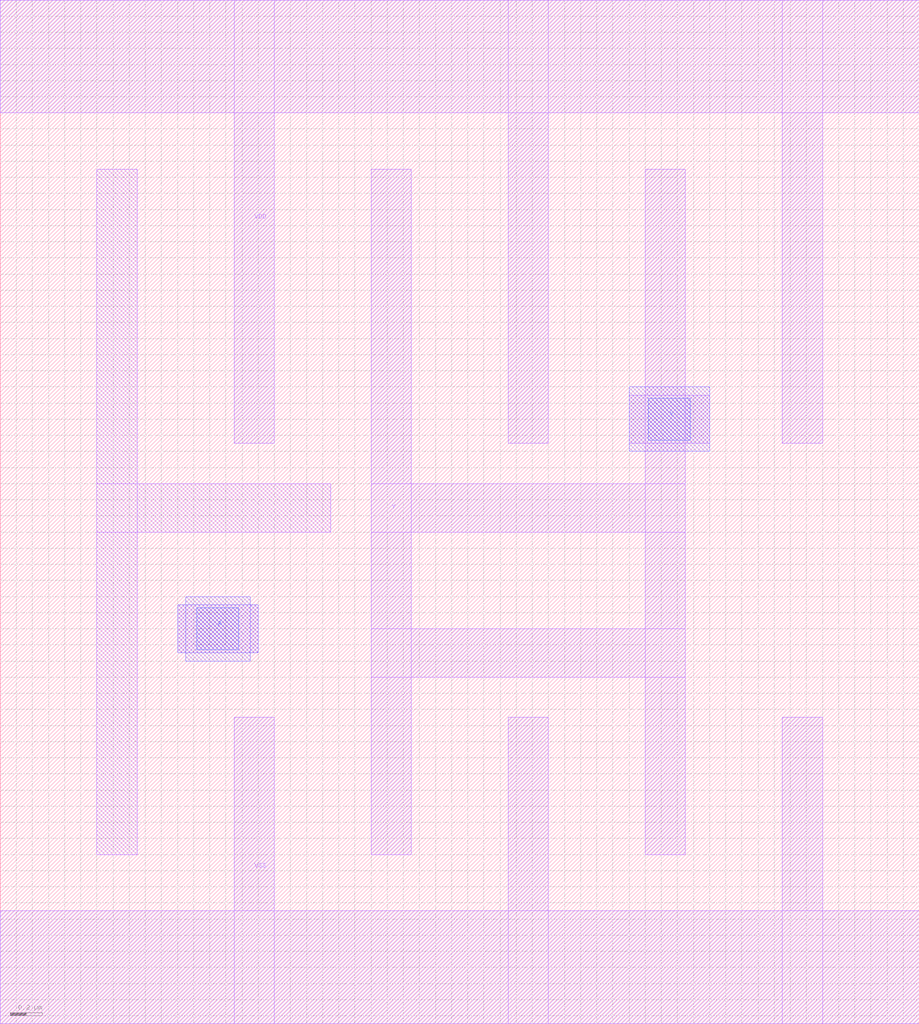
<source format=lef>
# Copyright 2022 Google LLC
# Licensed under the Apache License, Version 2.0 (the "License");
# you may not use this file except in compliance with the License.
# You may obtain a copy of the License at
#
#      http://www.apache.org/licenses/LICENSE-2.0
#
# Unless required by applicable law or agreed to in writing, software
# distributed under the License is distributed on an "AS IS" BASIS,
# WITHOUT WARRANTIES OR CONDITIONS OF ANY KIND, either express or implied.
# See the License for the specific language governing permissions and
# limitations under the License.
VERSION 5.7 ;
BUSBITCHARS "[]" ;
DIVIDERCHAR "/" ;

MACRO gf180mcu_osu_sc_gp9t3v3__buf_4
  CLASS CORE ;
  ORIGIN 0 0.05 ;
  FOREIGN gf180mcu_osu_sc_gp9t3v3__buf_4 0 -0.05 ;
  SIZE 5.7 BY 6.35 ;
  SYMMETRY X Y ;
  SITE gf180mcu_osu_sc_gp9t3v3 ;
  PIN VDD
    DIRECTION INOUT ;
    USE POWER ;
    SHAPE ABUTMENT ;
    PORT
      LAYER Metal1 ;
        RECT 0 5.6 5.7 6.3 ;
        RECT 4.85 3.55 5.1 6.3 ;
        RECT 3.15 3.55 3.4 6.3 ;
        RECT 1.45 3.55 1.7 6.3 ;
    END
  END VDD
  PIN VSS
    DIRECTION INOUT ;
    USE GROUND ;
    SHAPE ABUTMENT ;
    PORT
      LAYER Metal1 ;
        RECT 0 -0.05 5.7 0.65 ;
        RECT 4.85 -0.05 5.1 1.85 ;
        RECT 3.15 -0.05 3.4 1.85 ;
        RECT 1.45 -0.05 1.7 1.85 ;
    END
  END VSS
  PIN A
    DIRECTION INPUT ;
    USE SIGNAL ;
    PORT
      LAYER Metal1 ;
        RECT 1.1 2.25 1.6 2.55 ;
      LAYER Metal2 ;
        RECT 1.1 2.25 1.6 2.55 ;
        RECT 1.15 2.2 1.55 2.6 ;
      LAYER Via1 ;
        RECT 1.22 2.27 1.48 2.53 ;
    END
  END A
  PIN Y
    DIRECTION OUTPUT ;
    USE SIGNAL ;
    PORT
      LAYER Metal1 ;
        RECT 3.9 3.55 4.4 3.85 ;
        RECT 4 1 4.25 5.25 ;
        RECT 2.3 3 4.25 3.3 ;
        RECT 2.3 2.1 4.25 2.4 ;
        RECT 2.3 1 2.55 5.25 ;
      LAYER Metal2 ;
        RECT 3.9 3.5 4.4 3.9 ;
      LAYER Via1 ;
        RECT 4.02 3.57 4.28 3.83 ;
    END
  END Y
  OBS
    LAYER Metal1 ;
      RECT 0.6 1 0.85 5.25 ;
      RECT 0.6 3 2.05 3.3 ;
  END
END gf180mcu_osu_sc_gp9t3v3__buf_4

</source>
